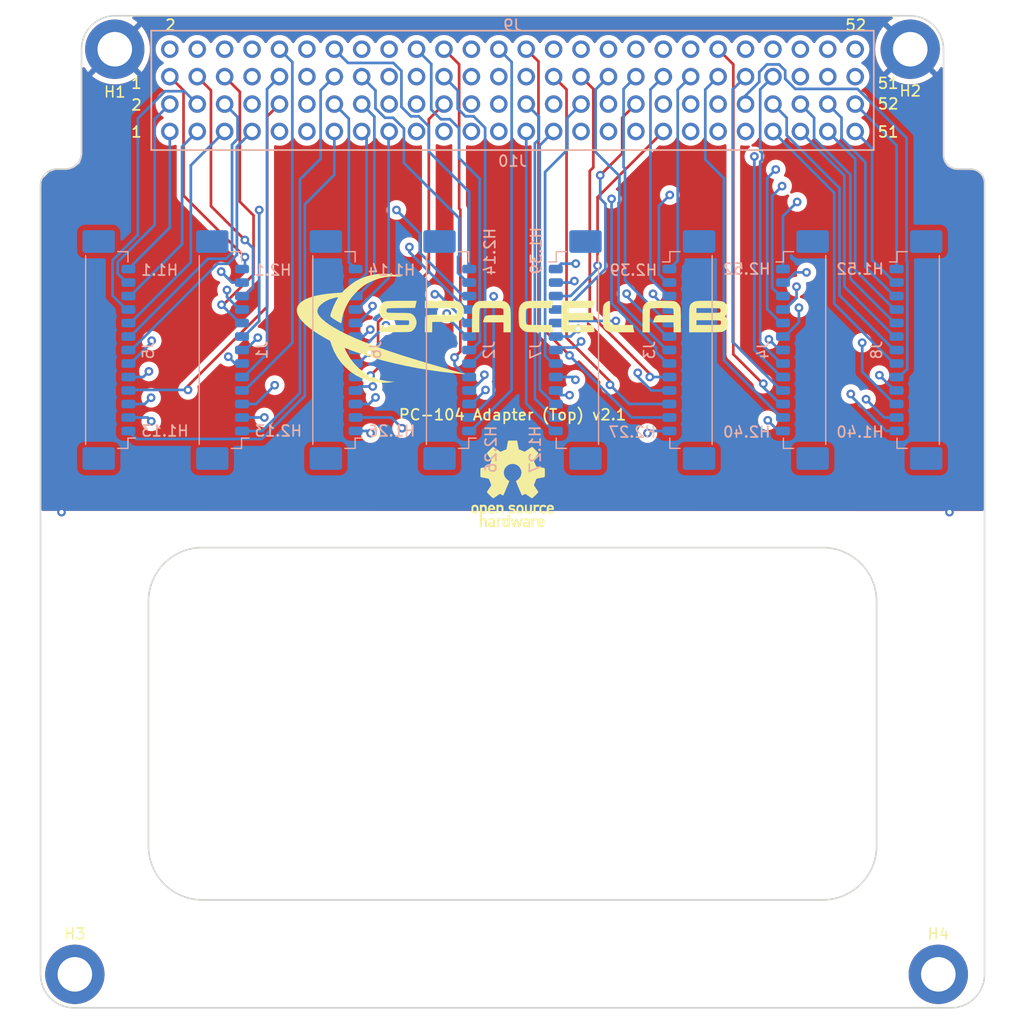
<source format=kicad_pcb>
(kicad_pcb (version 20221018) (generator pcbnew)
  (title_block (title "PC-104 to PicoBlade Adapter (Top)") (date "2023-11-17") (rev "v2.1") (company "SpaceLab") (comment 1 "Author: Gabriel Mariano Marcelino <gabriel.mm8@gmail.com>"))
  (layers (0 "F.Cu" signal) (1 "In1.Cu" signal) (2 "In2.Cu" signal) (31 "B.Cu" signal) (34 "B.Paste" user) (35 "F.Paste" user) (36 "B.SilkS" user "B.Silkscreen") (37 "F.SilkS" user "F.Silkscreen") (38 "B.Mask" user) (39 "F.Mask" user) (44 "Edge.Cuts" user))
  (net 0 "")
  (net 1 "GND")
  (net 2 "/A13")
  (net 3 "/A12")
  (net 4 "/A11")
  (net 5 "/A10")
  (net 6 "/A9")
  (net 7 "/A8")
  (net 8 "/A7")
  (net 9 "/A6")
  (net 10 "/A5")
  (net 11 "/A4")
  (net 12 "/A3")
  (net 13 "/A2")
  (net 14 "/A1")
  (net 15 "/A26")
  (net 16 "/A25")
  (net 17 "/A24")
  (net 18 "/A23")
  (net 19 "/A22")
  (net 20 "/A21")
  (net 21 "/A20")
  (net 22 "/A19")
  (net 23 "/A18")
  (net 24 "/A17")
  (net 25 "/A16")
  (net 26 "/A15")
  (net 27 "/A14")
  (net 28 "/A39")
  (net 29 "/A38")
  (net 30 "/A37")
  (net 31 "/A36")
  (net 32 "/A35")
  (net 33 "/A34")
  (net 34 "/A33")
  (net 35 "/A32")
  (net 36 "/A31")
  (net 37 "/A30")
  (net 38 "/A29")
  (net 39 "/A28")
  (net 40 "/A27")
  (net 41 "/A52")
  (net 42 "/A51")
  (net 43 "/A50")
  (net 44 "/A49")
  (net 45 "/A48")
  (net 46 "/A47")
  (net 47 "/A46")
  (net 48 "/A45")
  (net 49 "/A44")
  (net 50 "/A43")
  (net 51 "/A42")
  (net 52 "/A41")
  (net 53 "/A40")
  (net 54 "/B13")
  (net 55 "/B12")
  (net 56 "/B11")
  (net 57 "/B10")
  (net 58 "/B9")
  (net 59 "/B8")
  (net 60 "/B7")
  (net 61 "/B6")
  (net 62 "/B5")
  (net 63 "/B4")
  (net 64 "/B3")
  (net 65 "/B2")
  (net 66 "/B1")
  (net 67 "/B26")
  (net 68 "/B25")
  (net 69 "/B24")
  (net 70 "/B23")
  (net 71 "/B22")
  (net 72 "/B21")
  (net 73 "/B20")
  (net 74 "/B19")
  (net 75 "/B18")
  (net 76 "/B17")
  (net 77 "/B16")
  (net 78 "/B15")
  (net 79 "/B14")
  (net 80 "/B39")
  (net 81 "/B38")
  (net 82 "/B37")
  (net 83 "/B36")
  (net 84 "/B35")
  (net 85 "/B34")
  (net 86 "/B33")
  (net 87 "/B32")
  (net 88 "/B31")
  (net 89 "/B30")
  (net 90 "/B29")
  (net 91 "/B28")
  (net 92 "/B27")
  (net 93 "/B52")
  (net 94 "/B51")
  (net 95 "/B50")
  (net 96 "/B49")
  (net 97 "/B48")
  (net 98 "/B47")
  (net 99 "/B46")
  (net 100 "/B45")
  (net 101 "/B44")
  (net 102 "/B43")
  (net 103 "/B42")
  (net 104 "/B41")
  (net 105 "/B40")
  (footprint "MountingHole:MountingHole_3.2mm_M3_ISO14580_Pad" (layer "F.Cu") (at 110.05 54.636)
    (fp_text reference "H1")
    (fp_text value "MountingHole_Pad")
  )
  (footprint "MountingHole:MountingHole_3.2mm_M3_ISO14580_Pad" (layer "F.Cu") (at 183.75 54.636)
    (fp_text reference "H2")
    (fp_text value "MountingHole_Pad")
  )
  (footprint "lib:TSW-126-07-X-D" (layer "F.Cu") (at 146.9 55.906)
    (fp_text reference "J9")
    (fp_text value "SAMTEC-SSW-126-01-G-D")
  )
  (footprint "lib:TSW-126-07-X-D" (layer "F.Cu") (at 146.9 60.986)
    (fp_text reference "J10")
    (fp_text value "SAMTEC-SSW-126-01-G-D")
  )
  (footprint "MountingHole:MountingHole_3.2mm_M3_ISO14580_Pad" (layer "F.Cu") (at 106.35 140.336)
    (fp_text reference "H3")
    (fp_text value "MountingHole_Pad")
  )
  (footprint "MountingHole:MountingHole_3.2mm_M3_ISO14580_Pad" (layer "F.Cu") (at 186.35 140.336)
    (fp_text reference "H4")
    (fp_text value "MountingHole_Pad")
  )
  (footprint "Symbol:OSHW-Logo_7.5x8mm_SilkScreen" (layer "F.Cu") (at 146.9 94.9)
    (fp_text reference "REF**" hide)
    (fp_text value "OSHW-Logo_7.5x8mm_SilkScreen" hide)
  )
  (footprint "lib:spacelab-logo" (layer "F.Cu") (at 146.9 80.5)
    (fp_text reference "G***" hide)
    (fp_text value "LOGO" hide)
  )
  (footprint "Connector_Molex:Molex_PicoBlade_53398-1371_1x13-1MP_P1.25mm_Vertical" (layer "B.Cu") (at 120.585 82.5 90)
    (fp_text reference "J1")
    (fp_text value "Conn_01x13_Male")
  )
  (footprint "Connector_Molex:Molex_PicoBlade_53398-1371_1x13-1MP_P1.25mm_Vertical" (layer "B.Cu") (at 141.634 82.5 90)
    (fp_text reference "J2")
    (fp_text value "Conn_01x13_Male")
  )
  (footprint "Connector_Molex:Molex_PicoBlade_53398-1371_1x13-1MP_P1.25mm_Vertical" (layer "B.Cu") (at 162.683 82.5 -90)
    (fp_text reference "J3")
    (fp_text value "Conn_01x13_Male")
  )
  (footprint "Connector_Molex:Molex_PicoBlade_53398-1371_1x13-1MP_P1.25mm_Vertical" (layer "B.Cu") (at 173.208 82.5 -90)
    (fp_text reference "J4")
    (fp_text value "Conn_01x13_Male")
  )
  (footprint "Connector_Molex:Molex_PicoBlade_53398-1371_1x13-1MP_P1.25mm_Vertical" (layer "B.Cu") (at 110.06 82.5 90)
    (fp_text reference "J5")
    (fp_text value "Conn_01x13_Male")
  )
  (footprint "Connector_Molex:Molex_PicoBlade_53398-1371_1x13-1MP_P1.25mm_Vertical" (layer "B.Cu") (at 131.109 82.5 90)
    (fp_text reference "J6")
    (fp_text value "Conn_01x13_Male")
  )
  (footprint "Connector_Molex:Molex_PicoBlade_53398-1371_1x13-1MP_P1.25mm_Vertical" (layer "B.Cu") (at 152.158 82.5 -90)
    (fp_text reference "J7")
    (fp_text value "Conn_01x13_Male")
  )
  (footprint "Connector_Molex:Molex_PicoBlade_53398-1371_1x13-1MP_P1.25mm_Vertical" (layer "B.Cu") (at 183.732 82.5 -90)
    (fp_text reference "J8")
    (fp_text value "Conn_01x13_Male")
  )
  (gr_line (start 113.43 52.916) (end 113.43 63.976) (stroke (width 0.16)) (layer "B.SilkS"))
  (gr_line (start 180.37 52.916) (end 113.43 52.916) (stroke (width 0.16)) (layer "B.SilkS"))
  (gr_line (start 113.43 63.976) (end 180.37 63.976) (stroke (width 0.16)) (layer "B.SilkS"))
  (gr_line (start 180.37 63.976) (end 180.37 52.916) (stroke (width 0.16)) (layer "B.SilkS"))
  (gr_arc (start 180.63 128.44) (mid 179.165534 131.975534) (end 175.63 133.44) (stroke (width 0.15)) (layer "Edge.Cuts"))
  (gr_arc (start 106.97 54.636) (mid 107.877969 52.443969) (end 110.07 51.536) (stroke (width 0.15)) (layer "Edge.Cuts"))
  (gr_arc (start 190.63 140.336) (mid 189.722031 142.528031) (end 187.53 143.436) (stroke (width 0.15)) (layer "Edge.Cuts"))
  (gr_line (start 106.27 143.436) (end 187.53 143.436) (stroke (width 0.15)) (layer "Edge.Cuts"))
  (gr_line (start 110.07 51.536) (end 183.73 51.536) (stroke (width 0.15)) (layer "Edge.Cuts"))
  (gr_line (start 106.97 54.636) (end 106.97 64.236) (stroke (width 0.15)) (layer "Edge.Cuts"))
  (gr_line (start 105.47 65.736) (end 104.67 65.736) (stroke (width 0.15)) (layer "Edge.Cuts"))
  (gr_line (start 103.17 67.236) (end 103.17 140.336) (stroke (width 0.15)) (layer "Edge.Cuts"))
  (gr_arc (start 188.13 65.736) (mid 187.210761 65.355239) (end 186.83 64.436) (stroke (width 0.15)) (layer "Edge.Cuts"))
  (gr_line (start 186.83 54.636) (end 186.83 64.436) (stroke (width 0.15)) (layer "Edge.Cuts"))
  (gr_line (start 190.63 67.036) (end 190.63 140.336) (stroke (width 0.15)) (layer "Edge.Cuts"))
  (gr_line (start 118.17 133.44) (end 175.63 133.44) (stroke (width 0.15)) (layer "Edge.Cuts"))
  (gr_line (start 113.17 128.44) (end 113.17 105.8) (stroke (width 0.15)) (layer "Edge.Cuts"))
  (gr_line (start 180.63 128.44) (end 180.63 105.8) (stroke (width 0.15)) (layer "Edge.Cuts"))
  (gr_line (start 118.17 100.8) (end 175.63 100.8) (stroke (width 0.15)) (layer "Edge.Cuts"))
  (gr_line (start 189.338 65.744) (end 188.13 65.736) (stroke (width 0.15)) (layer "Edge.Cuts"))
  (gr_arc (start 103.17 67.236) (mid 103.60934 66.17534) (end 104.67 65.736) (stroke (width 0.15)) (layer "Edge.Cuts"))
  (gr_arc (start 113.17 105.8) (mid 114.634466 102.264466) (end 118.17 100.8) (stroke (width 0.15)) (layer "Edge.Cuts"))
  (gr_arc (start 106.97 64.236) (mid 106.53066 65.29666) (end 105.47 65.736) (stroke (width 0.15)) (layer "Edge.Cuts"))
  (gr_arc (start 183.73 51.536) (mid 185.922031 52.443969) (end 186.83 54.636) (stroke (width 0.15)) (layer "Edge.Cuts"))
  (gr_arc (start 175.63 100.8) (mid 179.165534 102.264466) (end 180.63 105.8) (stroke (width 0.15)) (layer "Edge.Cuts"))
  (gr_arc (start 106.27 143.436) (mid 104.077969 142.528031) (end 103.17 140.336) (stroke (width 0.15)) (layer "Edge.Cuts"))
  (gr_arc (start 189.338 65.744) (mid 190.251582 66.122418) (end 190.63 67.036) (stroke (width 0.15)) (layer "Edge.Cuts"))
  (gr_arc (start 118.17 133.44) (mid 114.634466 131.975534) (end 113.17 128.44) (stroke (width 0.15)) (layer "Edge.Cuts"))
  (gr_text "H2.52" (at 168.6 75) (layer "B.SilkS") (effects (font (size 1 1) (thickness 0.16)) (justify mirror)))
  (gr_text "H2.14" (at 144.8 73.4 90) (layer "B.SilkS") (effects (font (size 1 1) (thickness 0.16)) (justify mirror)))
  (gr_text "H2.27" (at 158 90.1) (layer "B.SilkS") (effects (font (size 1 1) (thickness 0.16)) (justify mirror)))
  (gr_text "H1.40" (at 179.1 90.1) (layer "B.SilkS") (effects (font (size 1 1) (thickness 0.16)) (justify mirror)))
  (gr_text "H1.27" (at 149 91.7 90) (layer "B.SilkS") (effects (font (size 1 1) (thickness 0.16)) (justify mirror)))
  (gr_text "H1.13" (at 114.7 90) (layer "B.SilkS") (effects (font (size 1 1) (thickness 0.16)) (justify mirror)))
  (gr_text "H1.52" (at 179.1 75) (layer "B.SilkS") (effects (font (size 1 1) (thickness 0.16)) (justify mirror)))
  (gr_text "H2.39" (at 158.1 75.1) (layer "B.SilkS") (effects (font (size 1 1) (thickness 0.16)) (justify mirror)))
  (gr_text "H2.26" (at 144.9 91.7 90) (layer "B.SilkS") (effects (font (size 1 1) (thickness 0.16)) (justify mirror)))
  (gr_text "H2.13" (at 125.2 90) (layer "B.SilkS") (effects (font (size 1 1) (thickness 0.16)) (justify mirror)))
  (gr_text "H1.39" (at 149.1 73.3 90) (layer "B.SilkS") (effects (font (size 1 1) (thickness 0.16)) (justify mirror)))
  (gr_text "H2.40" (at 168.6 90.1) (layer "B.SilkS") (effects (font (size 1 1) (thickness 0.16)) (justify mirror)))
  (gr_text "H2.1" (at 124.7 75.1) (layer "B.SilkS") (effects (font (size 1 1) (thickness 0.16)) (justify mirror)))
  (gr_text "H1.14" (at 135.7 75.1) (layer "B.SilkS") (effects (font (size 1 1) (thickness 0.16)) (justify mirror)))
  (gr_text "H1.26" (at 135.7 90) (layer "B.SilkS") (effects (font (size 1 1) (thickness 0.16)) (justify mirror)))
  (gr_text "H1.1" (at 114.2 75.1) (layer "B.SilkS") (effects (font (size 1 1) (thickness 0.16)) (justify mirror)))
  (gr_text "PC-104 Adapter (Top) v2.1" (at 146.9 88.5) (layer "F.SilkS") (effects (font (size 1 1) (thickness 0.16))))
  (segment (start 105.1164 95.3804) (end 105.1164 97.5172) (width 0.25) (layer "F.Cu") (net 1))
  (segment (start 185.0649 95.1977) (end 187.3844 97.5172) (width 0.25) (layer "F.Cu") (net 1))
  (via (at 105.1164 97.5172) (size 0.8) (drill 0.4) (layers "F.Cu" "B.Cu") (net 1))
  (via (at 187.3844 97.5172) (size 0.8) (drill 0.4) (layers "F.Cu" "B.Cu") (net 1))
  (segment (start 127.2076 86.4946) (end 127.2076 66.69) (width 0.25) (layer "B.Cu") (net 2))
  (segment (start 121.835 90) (end 123.7022 90) (width 0.25) (layer "B.Cu") (net 2))
  (segment (start 127.2076 66.69) (end 129.12 64.7776) (width 0.25) (layer "B.Cu") (net 2))
  (segment (start 129.12 64.7776) (end 129.12 58.446) (width 0.25) (layer "B.Cu") (net 2))
  (segment (start 129.12 58.446) (end 130.39 57.176) (width 0.25) (layer "B.Cu") (net 2))
  (segment (start 123.7022 90) (end 127.2076 86.4946) (width 0.25) (layer "B.Cu") (net 2))
  (via (at 123.9084 88.75) (size 0.8) (drill 0.4) (layers "F.Cu" "B.Cu") (net 3))
  (segment (start 121.835 88.75) (end 123.9084 88.75) (width 0.25) (layer "B.Cu") (net 3))
  (via (at 124.8682 85.7568) (size 0.8) (drill 0.4) (layers "F.Cu" "B.Cu") (net 4))
  (segment (start 123.125 87.5) (end 124.8682 85.7568) (width 0.25) (layer "B.Cu") (net 4))
  (segment (start 121.835 87.5) (end 123.125 87.5) (width 0.25) (layer "B.Cu") (net 4))
  (segment (start 126.5006 81.8284) (end 126.5006 55.8266) (width 0.25) (layer "B.Cu") (net 5))
  (segment (start 126.5006 55.8266) (end 125.31 54.636) (width 0.25) (layer "B.Cu") (net 5))
  (segment (start 121.835 86.25) (end 122.079 86.25) (width 0.25) (layer "B.Cu") (net 5))
  (segment (start 122.079 86.25) (end 126.5006 81.8284) (width 0.25) (layer "B.Cu") (net 5))
  (segment (start 124.1534 58.3326) (end 125.31 57.176) (width 0.25) (layer "B.Cu") (net 6))
  (segment (start 121.9939 85) (end 124.1534 82.8405) (width 0.25) (layer "B.Cu") (net 6))
  (segment (start 124.1534 82.8405) (end 124.1534 58.3326) (width 0.25) (layer "B.Cu") (net 6))
  (segment (start 121.835 85) (end 121.9939 85) (width 0.25) (layer "B.Cu") (net 6))
  (via (at 120.5662 83.1196) (size 0.8) (drill 0.4) (layers "F.Cu" "B.Cu") (net 7))
  (segment (start 121.835 83.75) (end 121.1966 83.75) (width 0.25) (layer "B.Cu") (net 7))
  (segment (start 121.1966 83.75) (end 120.5662 83.1196) (width 0.25) (layer "B.Cu") (net 7))
  (via (at 123.3013 81.3522) (size 0.8) (drill 0.4) (layers "F.Cu" "B.Cu") (net 8))
  (segment (start 121.835 82.5) (end 122.1535 82.5) (width 0.25) (layer "B.Cu") (net 8))
  (segment (start 122.1535 82.5) (end 123.3013 81.3522) (width 0.25) (layer "B.Cu") (net 8))
  (via (at 123.4281 69.5277) (size 0.8) (drill 0.4) (layers "F.Cu" "B.Cu") (net 9))
  (segment (start 122.0115 81.25) (end 123.4281 79.8334) (width 0.25) (layer "B.Cu") (net 9))
  (segment (start 123.4281 79.8334) (end 123.4281 69.5277) (width 0.25) (layer "B.Cu") (net 9))
  (segment (start 121.835 81.25) (end 122.0115 81.25) (width 0.25) (layer "B.Cu") (net 9))
  (segment (start 119.9385 78.3046) (end 120.1094 78.3046) (width 0.25) (layer "F.Cu") (net 10))
  (segment (start 121.6346 68.7599) (end 121.6346 58.5806) (width 0.25) (layer "F.Cu") (net 10))
  (segment (start 122.9084 70.0337) (end 121.6346 68.7599) (width 0.25) (layer "F.Cu") (net 10))
  (segment (start 121.6346 58.5806) (end 120.23 57.176) (width 0.25) (layer "F.Cu") (net 10))
  (segment (start 122.9084 75.5056) (end 122.9084 70.0337) (width 0.25) (layer "F.Cu") (net 10))
  (segment (start 120.1094 78.3046) (end 122.9084 75.5056) (width 0.25) (layer "F.Cu") (net 10))
  (via (at 119.9385 78.3046) (size 0.8) (drill 0.4) (layers "F.Cu" "B.Cu") (net 10))
  (segment (start 121.6339 80) (end 119.9385 78.3046) (width 0.25) (layer "B.Cu") (net 10))
  (segment (start 121.835 80) (end 121.6339 80) (width 0.25) (layer "B.Cu") (net 10))
  (via (at 120.4483 76.9399) (size 0.8) (drill 0.4) (layers "F.Cu" "B.Cu") (net 11))
  (segment (start 121.6087 78.75) (end 120.4483 77.5896) (width 0.25) (layer "B.Cu") (net 11))
  (segment (start 120.4483 77.5896) (end 120.4483 76.9399) (width 0.25) (layer "B.Cu") (net 11))
  (segment (start 121.835 78.75) (end 121.6087 78.75) (width 0.25) (layer "B.Cu") (net 11))
  (segment (start 118.96 58.446) (end 117.69 57.176) (width 0.25) (layer "F.Cu") (net 12))
  (segment (start 118.96 69.1664) (end 118.96 58.446) (width 0.25) (layer "F.Cu") (net 12))
  (segment (start 122.1023 72.3087) (end 118.96 69.1664) (width 0.25) (layer "F.Cu") (net 12))
  (via (at 122.1023 72.3087) (size 0.8) (drill 0.4) (layers "F.Cu" "B.Cu") (net 12))
  (segment (start 122.0792 77.5) (end 122.857 76.7222) (width 0.25) (layer "B.Cu") (net 12))
  (segment (start 121.835 77.5) (end 122.0792 77.5) (width 0.25) (layer "B.Cu") (net 12))
  (segment (start 122.857 73.0634) (end 122.1023 72.3087) (width 0.25) (layer "B.Cu") (net 12))
  (segment (start 122.857 76.7222) (end 122.857 73.0634) (width 0.25) (layer "B.Cu") (net 12))
  (via (at 119.908 75.2369) (size 0.8) (drill 0.4) (layers "F.Cu" "B.Cu") (net 13))
  (segment (start 120.9211 76.25) (end 119.908 75.2369) (width 0.25) (layer "B.Cu") (net 13))
  (segment (start 121.835 76.25) (end 120.9211 76.25) (width 0.25) (layer "B.Cu") (net 13))
  (segment (start 122.1115 73.8881) (end 116.42 68.1966) (width 0.25) (layer "F.Cu") (net 14))
  (segment (start 116.42 68.1966) (end 116.42 58.446) (width 0.25) (layer "F.Cu") (net 14))
  (segment (start 116.42 58.446) (end 115.15 57.176) (width 0.25) (layer "F.Cu") (net 14))
  (via (at 122.1115 73.8881) (size 0.8) (drill 0.4) (layers "F.Cu" "B.Cu") (net 14))
  (segment (start 121.835 75) (end 122.1115 74.7235) (width 0.25) (layer "B.Cu") (net 14))
  (segment (start 122.1115 74.7235) (end 122.1115 73.8881) (width 0.25) (layer "B.Cu") (net 14))
  (segment (start 142.884 90) (end 143.0323 90) (width 0.25) (layer "B.Cu") (net 15))
  (segment (start 146.8206 55.8266) (end 145.63 54.636) (width 0.25) (layer "B.Cu") (net 15))
  (segment (start 143.0323 90) (end 146.8206 86.2117) (width 0.25) (layer "B.Cu") (net 15))
  (segment (start 146.8206 86.2117) (end 146.8206 55.8266) (width 0.25) (layer "B.Cu") (net 15))
  (via (at 145.1526 77.5247) (size 0.8) (drill 0.4) (layers "F.Cu" "B.Cu") (net 16))
  (segment (start 145.1526 86.6751) (end 145.1526 77.5247) (width 0.25) (layer "B.Cu") (net 16))
  (segment (start 142.884 88.75) (end 143.0777 88.75) (width 0.25) (layer "B.Cu") (net 16))
  (segment (start 143.0777 88.75) (end 145.1526 86.6751) (width 0.25) (layer "B.Cu") (net 16))
  (via (at 144.4004 86.2063) (size 0.8) (drill 0.4) (layers "F.Cu" "B.Cu") (net 17))
  (segment (start 143.1067 87.5) (end 144.4004 86.2063) (width 0.25) (layer "B.Cu") (net 17))
  (segment (start 142.884 87.5) (end 143.1067 87.5) (width 0.25) (layer "B.Cu") (net 17))
  (via (at 144.2902 84.7909) (size 0.8) (drill 0.4) (layers "F.Cu" "B.Cu") (net 18))
  (segment (start 144.2902 85.0622) (end 144.2902 84.7909) (width 0.25) (layer "B.Cu") (net 18))
  (segment (start 142.884 86.25) (end 143.1024 86.25) (width 0.25) (layer "B.Cu") (net 18))
  (segment (start 143.1024 86.25) (end 144.2902 85.0622) (width 0.25) (layer "B.Cu") (net 18))
  (segment (start 142.0673 82.6462) (end 142.0673 69.5042) (width 0.25) (layer "F.Cu") (net 19))
  (segment (start 141.9546 69.3915) (end 141.9546 56.0406) (width 0.25) (layer "F.Cu") (net 19))
  (segment (start 141.9546 56.0406) (end 140.55 54.636) (width 0.25) (layer "F.Cu") (net 19))
  (segment (start 142.0673 69.5042) (end 141.9546 69.3915) (width 0.25) (layer "F.Cu") (net 19))
  (segment (start 141.5276 83.1859) (end 142.0673 82.6462) (width 0.25) (layer "F.Cu") (net 19))
  (via (at 141.5276 83.1859) (size 0.8) (drill 0.4) (layers "F.Cu" "B.Cu") (net 19))
  (segment (start 142.64 85) (end 141.5276 83.8876) (width 0.25) (layer "B.Cu") (net 19))
  (segment (start 142.884 85) (end 142.64 85) (width 0.25) (layer "B.Cu") (net 19))
  (segment (start 141.5276 83.8876) (end 141.5276 83.1859) (width 0.25) (layer "B.Cu") (net 19))
  (segment (start 142.5311 60.8514) (end 141.82 60.1403) (width 0.25) (layer "B.Cu") (net 20))
  (segment (start 141.82 60.1403) (end 141.82 58.446) (width 0.25) (layer "B.Cu") (net 20))
  (segment (start 141.82 58.446) (end 140.55 57.176) (width 0.25) (layer "B.Cu") (net 20))
  (segment (start 144.36 61.9152) (end 143.2962 60.8514) (width 0.25) (layer "B.Cu") (net 20))
  (segment (start 143.0673 83.75) (end 144.36 82.4573) (width 0.25) (layer "B.Cu") (net 20))
  (segment (start 143.2962 60.8514) (end 142.5311 60.8514) (width 0.25) (layer "B.Cu") (net 20))
  (segment (start 142.884 83.75) (end 143.0673 83.75) (width 0.25) (layer "B.Cu") (net 20))
  (segment (start 144.36 82.4573) (end 144.36 61.9152) (width 0.25) (layer "B.Cu") (net 20))
  (segment (start 142.884 82.5) (end 143.0897 82.5) (width 0.25) (layer "B.Cu") (net 21))
  (segment (start 143.0897 82.5) (end 143.8602 81.7295) (width 0.25) (layer "B.Cu") (net 21))
  (segment (start 139.3705 60.2324) (end 139.3705 55.9965) (width 0.25) (layer "B.Cu") (net 21))
  (segment (start 143.8602 81.7295) (end 143.8602 66.6366) (width 0.25) (layer "B.Cu") (net 21))
  (segment (start 143.8602 66.6366) (end 141.9546 64.731) (width 0.25) (layer "B.Cu") (net 21))
  (segment (start 140.2587 61.1206) (end 139.3705 60.2324) (width 0.25) (layer "B.Cu") (net 21))
  (segment (start 141.9546 64.731) (end 141.9546 61.9723) (width 0.25) (layer "B.Cu") (net 21))
  (segment (start 141.9546 61.9723) (end 141.1029 61.1206) (width 0.25) (layer "B.Cu") (net 21))
  (segment (start 141.1029 61.1206) (end 140.2587 61.1206) (width 0.25) (layer "B.Cu") (net 21))
  (segment (start 139.3705 55.9965) (end 138.01 54.636) (width 0.25) (layer "B.Cu") (net 21))
  (via (at 140.8071 79.1231) (size 0.8) (drill 0.4) (layers "F.Cu" "B.Cu") (net 22))
  (segment (start 142.64 81.25) (end 140.8071 79.4171) (width 0.25) (layer "B.Cu") (net 22))
  (segment (start 142.884 81.25) (end 142.64 81.25) (width 0.25) (layer "B.Cu") (net 22))
  (segment (start 140.8071 79.4171) (end 140.8071 79.1231) (width 0.25) (layer "B.Cu") (net 22))
  (via (at 139.7034 77.3398) (size 0.8) (drill 0.4) (layers "F.Cu" "B.Cu") (net 23))
  (segment (start 140.0496 77.3398) (end 139.7034 77.3398) (width 0.25) (layer "B.Cu") (net 23))
  (segment (start 142.7098 80) (end 140.0496 77.3398) (width 0.25) (layer "B.Cu") (net 23))
  (segment (start 142.884 80) (end 142.7098 80) (width 0.25) (layer "B.Cu") (net 23))
  (via (at 137.3453 72.9613) (size 0.8) (drill 0.4) (layers "F.Cu" "B.Cu") (net 24))
  (segment (start 142.7827 78.6486) (end 142.5583 78.6486) (width 0.25) (layer "B.Cu") (net 24))
  (segment (start 142.884 78.75) (end 142.7827 78.6487) (width 0.25) (layer "B.Cu") (net 24))
  (segment (start 142.7827 78.6487) (end 142.7827 78.6486) (width 0.25) (layer "B.Cu") (net 24))
  (segment (start 137.3453 73.4356) (end 137.3453 72.9613) (width 0.25) (layer "B.Cu") (net 24))
  (segment (start 142.5583 78.6486) (end 137.3453 73.4356) (width 0.25) (layer "B.Cu") (net 24))
  (via (at 136.147 69.5277) (size 0.8) (drill 0.4) (layers "F.Cu" "B.Cu") (net 25))
  (segment (start 138.3077 71.6884) (end 136.147 69.5277) (width 0.25) (layer "B.Cu") (net 25))
  (segment (start 142.884 77.5) (end 142.3193 77.5) (width 0.25) (layer "B.Cu") (net 25))
  (segment (start 142.3193 77.5) (end 138.3077 73.4884) (width 0.25) (layer "B.Cu") (net 25))
  (segment (start 138.3077 73.4884) (end 138.3077 71.6884) (width 0.25) (layer "B.Cu") (net 25))
  (segment (start 135.082 60.986) (end 135.8438 60.986) (width 0.25) (layer "B.Cu") (net 26))
  (segment (start 142.741 76.25) (end 142.884 76.25) (width 0.25) (layer "B.Cu") (net 26))
  (segment (start 136.8388 61.981) (end 136.8388 65.1723) (width 0.25) (layer "B.Cu") (net 26))
  (segment (start 136.8388 65.1723) (end 141.9639 70.2974) (width 0.25) (layer "B.Cu") (net 26))
  (segment (start 141.8575 73.8766) (end 141.8575 75.3665) (width 0.25) (layer "B.Cu") (net 26))
  (segment (start 135.8438 60.986) (end 136.8388 61.981) (width 0.25) (layer "B.Cu") (net 26))
  (segment (start 134.2 58.446) (end 134.2 60.104) (width 0.25) (layer "B.Cu") (net 26))
  (segment (start 134.2 60.104) (end 135.082 60.986) (width 0.25) (layer "B.Cu") (net 26))
  (segment (start 132.93 57.176) (end 134.2 58.446) (width 0.25) (layer "B.Cu") (net 26))
  (segment (start 141.9639 70.2974) (end 141.9639 73.7702) (width 0.25) (layer "B.Cu") (net 26))
  (segment (start 141.8575 75.3665) (end 142.741 76.25) (width 0.25) (layer "B.Cu") (net 26))
  (segment (start 141.9639 73.7702) (end 141.8575 73.8766) (width 0.25) (layer "B.Cu") (net 26))
  (segment (start 139.1454 64.1129) (end 142.884 67.8515) (width 0.25) (layer "B.Cu") (net 27))
  (segment (start 131.66 55.906) (end 135.8625 55.906) (width 0.25) (layer "B.Cu") (net 27))
  (segment (start 136.6054 59.9787) (end 137.4781 60.8514) (width 0.25) (layer "B.Cu") (net 27))
  (segment (start 139.1454 61.7805) (end 139.1454 64.1129) (width 0.25) (layer "B.Cu") (net 27))
  (segment (start 135.8625 55.906) (end 136.6054 56.6489) (width 0.25) (layer "B.Cu") (net 27))
  (segment (start 130.39 54.636) (end 131.66 55.906) (width 0.25) (layer "B.Cu") (net 27))
  (segment (start 138.2163 60.8514) (end 139.1454 61.7805) (width 0.25) (layer "B.Cu") (net 27))
  (segment (start 137.4781 60.8514) (end 138.2163 60.8514) (width 0.25) (layer "B.Cu") (net 27))
  (segment (start 142.884 67.8515) (end 142.884 75) (width 0.25) (layer "B.Cu") (net 27))
  (segment (start 136.6054 56.6489) (end 136.6054 59.9787) (width 0.25) (layer "B.Cu") (net 27))
  (segment (start 162.2072 74.2258) (end 162.2072 58.3788) (width 0.25) (layer "B.Cu") (net 28))
  (segment (start 161.433 75) (end 162.2072 74.2258) (width 0.25) (layer "B.Cu") (net 28))
  (segment (start 162.2072 58.3788) (end 163.41 57.176) (width 0.25) (layer "B.Cu") (net 28))
  (via (at 161.4685 68.1402) (size 0.8) (drill 0.4) (layers "F.Cu" "B.Cu") (net 29))
  (segment (start 161.433 76.25) (end 161.2059 76.25) (width 0.25) (layer "B.Cu") (net 29))
  (segment (start 160.4568 75.5009) (end 160.4568 69.1519) (width 0.25) (layer "B.Cu") (net 29))
  (segment (start 160.4568 69.1519) (end 161.4685 68.1402) (width 0.25) (layer "B.Cu") (net 29))
  (segment (start 161.2059 76.25) (end 160.4568 75.5009) (width 0.25) (layer "B.Cu") (net 29))
  (segment (start 159.6794 75.8909) (end 159.6794 58.3666) (width 0.25) (layer "B.Cu") (net 30))
  (segment (start 161.433 77.5) (end 161.2885 77.5) (width 0.25) (layer "B.Cu") (net 30))
  (segment (start 161.2885 77.5) (end 159.6794 75.8909) (width 0.25) (layer "B.Cu") (net 30))
  (segment (start 159.6794 58.3666) (end 160.87 57.176) (width 0.25) (layer "B.Cu") (net 30))
  (via (at 159.9131 77.2944) (size 0.8) (drill 0.4) (layers "F.Cu" "B.Cu") (net 31))
  (segment (start 159.9131 77.3898) (end 159.9131 77.2944) (width 0.25) (layer "B.Cu") (net 31))
  (segment (start 161.2733 78.75) (end 159.9131 77.3898) (width 0.25) (layer "B.Cu") (net 31))
  (segment (start 161.433 78.75) (end 161.2733 78.75) (width 0.25) (layer "B.Cu") (net 31))
  (segment (start 157.3221 76.0423) (end 157.3221 65.6914) (width 0.25) (layer "B.Cu") (net 32))
  (segment (start 157.191 58.315) (end 158.33 57.176) (width 0.25) (layer "B.Cu") (net 32))
  (segment (start 161.433 80) (end 161.2798 80) (width 0.25) (layer "B.Cu") (net 32))
  (segment (start 157.3221 65.6914) (end 157.191 65.5603) (width 0.25) (layer "B.Cu") (net 32))
  (segment (start 161.2798 80) (end 157.3221 76.0423) (width 0.25) (layer "B.Cu") (net 32))
  (segment (start 157.191 65.5603) (end 157.191 58.315) (width 0.25) (layer "B.Cu") (net 32))
  (via (at 157.4759 77.2811) (size 0.8) (drill 0.4) (layers "F.Cu" "B.Cu") (net 33))
  (segment (start 161.2212 81.25) (end 157.4759 77.5047) (width 0.25) (layer "B.Cu") (net 33))
  (segment (start 161.433 81.25) (end 161.2212 81.25) (width 0.25) (layer "B.Cu") (net 33))
  (segment (start 157.4759 77.5047) (end 157.4759 77.2811) (width 0.25) (layer "B.Cu") (net 33))
  (segment (start 154.5994 58.3666) (end 155.79 57.176) (width 0.25) (layer "B.Cu") (net 34))
  (segment (start 161.1988 82.5) (end 156.7212 78.0224) (width 0.25) (layer "B.Cu") (net 34))
  (segment (start 156.8034 66.3698) (end 154.5994 64.1658) (width 0.25) (layer "B.Cu") (net 34))
  (segment (start 156.7212 78.0224) (end 156.7212 68.8797) (width 0.25) (layer "B.Cu") (net 34))
  (segment (start 156.7212 68.8797) (end 156.8034 68.7975) (width 0.25) (layer "B.Cu") (net 34))
  (segment (start 161.433 82.5) (end 161.1988 82.5) (width 0.25) (layer "B.Cu") (net 34))
  (segment (start 156.8034 68.7975) (end 156.8034 66.3698) (width 0.25) (layer "B.Cu") (net 34))
  (segment (start 154.5994 64.1658) (end 154.5994 58.3666) (width 0.25) (layer "B.Cu") (net 34))
  (via (at 156.0781 68.497) (size 0.8) (drill 0.4) (layers "F.Cu" "B.Cu") (net 35))
  (segment (start 161.433 83.75) (end 161.2523 83.75) (width 0.25) (layer "B.Cu") (net 35))
  (segment (start 160.1994 82.2775) (end 156.0781 78.1562) (width 0.25) (layer "B.Cu") (net 35))
  (segment (start 161.2523 83.75) (end 160.1994 82.6971) (width 0.25) (layer "B.Cu") (net 35))
  (segment (start 160.1994 82.6971) (end 160.1994 82.2775) (width 0.25) (layer "B.Cu") (net 35))
  (segment (start 156.0781 78.1562) (end 156.0781 68.497) (width 0.25) (layer "B.Cu") (net 35))
  (segment (start 154.3867 65.5825) (end 154.3867 58.3127) (width 0.25) (layer "F.Cu") (net 36))
  (segment (start 154.0559 79.1393) (end 154.0559 65.9133) (width 0.25) (layer "F.Cu") (net 36))
  (segment (start 159.6133 84.6967) (end 154.0559 79.1393) (width 0.25) (layer "F.Cu") (net 36))
  (segment (start 154.3867 58.3127) (end 153.25 57.176) (width 0.25) (layer "F.Cu") (net 36))
  (segment (start 159.6133 85) (end 159.6133 84.6967) (width 0.25) (layer "F.Cu") (net 36))
  (segment (start 154.0559 65.9133) (end 154.3867 65.5825) (width 0.25) (layer "F.Cu") (net 36))
  (via (at 159.6133 85) (size 0.8) (drill 0.4) (layers "F.Cu" "B.Cu") (net 36))
  (segment (start 161.433 85) (end 159.6133 85) (width 0.25) (layer "B.Cu") (net 36))
  (via (at 158.5035 84.6127) (size 0.8) (drill 0.4) (layers "F.Cu" "B.Cu") (net 37))
  (segment (start 161.433 86.25) (end 159.7807 86.25) (width 0.25) (layer "B.Cu") (net 37))
  (segment (start 158.5035 84.9728) (end 158.5035 84.6127) (width 0.25) (layer "B.Cu") (net 37))
  (segment (start 159.7807 86.25) (end 158.5035 84.9728) (width 0.25) (layer "B.Cu") (net 37))
  (segment (start 151.9054 81.3811) (end 155.9276 85.4033) (width 0.25) (layer "F.Cu") (net 38))
  (segment (start 151.9054 58.3714) (end 151.9054 81.3811) (width 0.25) (layer "F.Cu") (net 38))
  (segment (start 150.71 57.176) (end 151.9054 58.3714) (width 0.25) (layer "F.Cu") (net 38))
  (segment (start 155.9276 85.4033) (end 155.9276 85.7221) (width 0.25) (layer "F.Cu") (net 38))
  (via (at 155.9276 85.7221) (size 0.8) (drill 0.4) (layers "F.Cu" "B.Cu") (net 38))
  (segment (start 157.7055 87.5) (end 161.433 87.5) (width 0.25) (layer "B.Cu") (net 38))
  (segment (start 155.9276 85.7221) (end 157.7055 87.5) (width 0.25) (layer "B.Cu") (net 38))
  (segment (start 149.3054 55.7714) (end 149.3054 80.1218) (width 0.25) (layer "F.Cu") (net 39))
  (segment (start 148.17 54.636) (end 149.3054 55.7714) (width 0.25) (layer "F.Cu") (net 39))
  (segment (start 149.3054 80.1218) (end 152.1804 82.9968) (width 0.25) (layer "F.Cu") (net 39))
  (via (at 152.1804 82.9968) (size 0.8) (drill 0.4) (layers "F.Cu" "B.Cu") (net 39))
  (segment (start 152.1804 83.0071) (end 152.1804 82.9968) (width 0.25) (layer "B.Cu") (net 39))
  (segment (start 157.9233 88.75) (end 152.1804 83.0071) (width 0.25) (layer "B.Cu") (net 39))
  (segment (start 161.433 88.75) (end 157.9233 88.75) (width 0.25) (layer "B.Cu") (net 39))
  (via (at 159.4007 90.1972) (size 0.8) (drill 0.4) (layers "F.Cu" "B.Cu") (net 40))
  (segment (start 161.433 90) (end 159.5979 90) (width 0.25) (layer "B.Cu") (net 40))
  (segment (start 159.5979 90) (end 159.4007 90.1972) (width 0.25) (layer "B.Cu") (net 40))
  (via (at 173.2719 68.7812) (size 0.8) (drill 0.4) (layers "F.Cu" "B.Cu") (net 41))
  (segment (start 171.958 70.0951) (end 173.2719 68.7812) (width 0.25) (layer "B.Cu") (net 41))
  (segment (start 171.958 75) (end 171.958 70.0951) (width 0.25) (layer "B.Cu") (net 41))
  (via (at 174.1374 75.3074) (size 0.8) (drill 0.4) (layers "F.Cu" "B.Cu") (net 42))
  (segment (start 174.1374 75.3074) (end 173.1192 75.3074) (width 0.25) (layer "B.Cu") (net 42))
  (segment (start 172.1766 76.25) (end 171.958 76.25) (width 0.25) (layer "B.Cu") (net 42))
  (segment (start 173.1192 75.3074) (end 172.1766 76.25) (width 0.25) (layer "B.Cu") (net 42))
  (via (at 171.8747 67.3169) (size 0.8) (drill 0.4) (layers "F.Cu" "B.Cu") (net 43))
  (segment (start 171.7138 77.5) (end 170.9629 76.7491) (width 0.25) (layer "B.Cu") (net 43))
  (segment (start 170.9629 68.2287) (end 171.8747 67.3169) (width 0.25) (layer "B.Cu") (net 43))
  (segment (start 171.958 77.5) (end 171.7138 77.5) (width 0.25) (layer "B.Cu") (net 43))
  (segment (start 170.9629 76.7491) (end 170.9629 68.2287) (width 0.25) (layer "B.Cu") (net 43))
  (via (at 173.2134 76.6289) (size 0.8) (drill 0.4) (layers "F.Cu" "B.Cu") (net 44))
  (segment (start 173.2134 77.6804) (end 172.1438 78.75) (width 0.25) (layer "B.Cu") (net 44))
  (segment (start 172.1438 78.75) (end 171.958 78.75) (width 0.25) (layer "B.Cu") (net 44))
  (segment (start 173.2134 76.6289) (end 173.2134 77.6804) (width 0.25) (layer "B.Cu") (net 44))
  (via (at 171.2925 65.7786) (size 0.8) (drill 0.4) (layers "F.Cu" "B.Cu") (net 45))
  (segment (start 171.7748 80) (end 170.4936 78.7188) (width 0.25) (layer "B.Cu") (net 45))
  (segment (start 170.4936 78.7188) (end 170.4936 66.5775) (width 0.25) (layer "B.Cu") (net 45))
  (segment (start 170.4936 66.5775) (end 171.2925 65.7786) (width 0.25) (layer "B.Cu") (net 45))
  (segment (start 171.958 80) (end 171.7748 80) (width 0.25) (layer "B.Cu") (net 45))
  (via (at 173.4352 78.5826) (size 0.8) (drill 0.4) (layers "F.Cu" "B.Cu") (net 46))
  (segment (start 171.958 81.25) (end 172.1262 81.25) (width 0.25) (layer "B.Cu") (net 46))
  (segment (start 172.1262 81.25) (end 173.4352 79.941) (width 0.25) (layer "B.Cu") (net 46))
  (segment (start 173.4352 79.941) (end 173.4352 78.5826) (width 0.25) (layer "B.Cu") (net 46))
  (via (at 170.65 81.5129) (size 0.8) (drill 0.4) (layers "F.Cu" "B.Cu") (net 47))
  (segment (start 171.958 82.5) (end 171.6371 82.5) (width 0.25) (layer "B.Cu") (net 47))
  (segment (start 171.6371 82.5) (end 170.65 81.5129) (width 0.25) (layer "B.Cu") (net 47))
  (segment (start 171.7864 83.75) (end 169.8448 81.8084) (width 0.25) (layer "B.Cu") (net 48))
  (segment (start 169.8448 64.0786) (end 169.8448 58.3612) (width 0.25) (layer "B.Cu") (net 48))
  (segment (start 169.8448 65.0516) (end 170.0308 64.8656) (width 0.25) (layer "B.Cu") (net 48))
  (segment (start 171.958 83.75) (end 171.7864 83.75) (width 0.25) (layer "B.Cu") (net 48))
  (segment (start 170.0308 64.8656) (end 170.0308 64.2646) (width 0.25) (layer "B.Cu") (net 48))
  (segment (start 169.8448 58.3612) (end 171.03 57.176) (width 0.25) (layer "B.Cu") (net 48))
  (segment (start 170.0308 64.2646) (end 169.8448 64.0786) (width 0.25) (layer "B.Cu") (net 48))
  (segment (start 169.8448 81.8084) (end 169.8448 65.0516) (width 0.25) (layer "B.Cu") (net 48))
  (via (at 169.3055 64.5651) (size 0.8) (drill 0.4) (layers "F.Cu" "B.Cu") (net 49))
  (segment (start 171.8054 85) (end 169.3055 82.5001) (width 0.25) (layer "B.Cu") (net 49))
  (segment (start 171.958 85) (end 171.8054 85) (width 0.25) (layer "B.Cu") (net 49))
  (segment (start 169.3055 82.5001) (end 169.3055 64.5651) (width 0.25) (layer "B.Cu") (net 49))
  (segment (start 167.2994 58.3666) (end 168.49 57.176) (width 0.25) (layer "B.Cu") (net 50))
  (segment (start 171.958 86.25) (end 171.7992 86.25) (width 0.25) (layer "B.Cu") (net 50))
  (segment (start 167.2994 81.7502) (end 167.2994 58.3666) (width 0.25) (layer "B.Cu") (net 50))
  (segment (start 171.7992 86.25) (end 167.2994 81.7502) (width 0.25) (layer "B.Cu") (net 50))
  (segment (start 167.3546 82.8885) (end 170.0807 85.6146) (width 0.25) (layer "F.Cu") (net 51))
  (segment (start 167.3546 56.0406) (end 167.3546 82.8885) (width 0.25) (layer "F.Cu") (net 51))
  (segment (start 170.0807 85.6146) (end 170.1377 85.6146) (width 0.25) (layer "F.Cu") (net 51))
  (segment (start 165.95 54.636) (end 167.3546 56.0406) (width 0.25) (layer "F.Cu") (net 51))
  (via (at 170.1377 85.6146) (size 0.8) (drill 0.4) (layers "F.Cu" "B.Cu") (net 51))
  (segment (start 170.1377 85.9436) (end 170.1377 85.6146) (width 0.25) (layer "B.Cu") (net 51))
  (segment (start 171.6941 87.5) (end 170.1377 85.9436) (width 0.25) (layer "B.Cu") (net 51))
  (segment (start 171.958 87.5) (end 171.6941 87.5) (width 0.25) (layer "B.Cu") (net 51))
  (segment (start 166.4814 83.4336) (end 166.4814 66.5789) (width 0.25) (layer "B.Cu") (net 52))
  (segment (start 164.7594 58.3666) (end 165.95 57.176) (width 0.25) (layer "B.Cu") (net 52))
  (segment (start 164.7594 64.8569) (end 164.7594 58.3666) (width 0.25) (layer "B.Cu") (net 52))
  (segment (start 171.7978 88.75) (end 166.4814 83.4336) (width 0.25) (layer "B.Cu") (net 52))
  (segment (start 171.958 88.75) (end 171.7978 88.75) (width 0.25) (layer "B.Cu") (net 52))
  (segment (start 166.4814 66.5789) (end 164.7594 64.8569) (width 0.25) (layer "B.Cu") (net 52))
  (via (at 170.5474 89.0129) (size 0.8) (drill 0.4) (layers "F.Cu" "B.Cu") (net 53))
  (segment (start 171.5345 90) (end 170.5474 89.0129) (width 0.25) (layer "B.Cu") (net 53))
  (segment (start 171.958 90) (end 171.5345 90) (width 0.25) (layer "B.Cu") (net 53))
  (segment (start 111.31 90) (end 112.0525 90.7425) (width 0.25) (layer "B.Cu") (net 54))
  (segment (start 127.658 69.001) (end 130.39 66.269) (width 0.25) (layer "B.Cu") (net 54))
  (segment (start 123.6582 90.7425) (end 127.658 86.7427) (width 0.25) (layer "B.Cu") (net 54))
  (segment (start 127.658 86.7427) (end 127.658 69.001) (width 0.25) (layer "B.Cu") (net 54))
  (segment (start 112.0525 90.7425) (end 123.6582 90.7425) (width 0.25) (layer "B.Cu") (net 54))
  (segment (start 130.39 66.269) (end 130.39 62.256) (width 0.25) (layer "B.Cu") (net 54))
  (via (at 113.4325 89.1033) (size 0.8) (drill 0.4) (layers "F.Cu" "B.Cu") (net 55))
  (segment (start 113.0792 88.75) (end 113.4325 89.1033) (width 0.25) (layer "B.Cu") (net 55))
  (segment (start 111.31 88.75) (end 113.0792 88.75) (width 0.25) (layer "B.Cu") (net 55))
  (via (at 113.4146 86.9208) (size 0.8) (drill 0.4) (layers "F.Cu" "B.Cu") (net 56))
  (segment (start 111.31 87.5) (end 112.8354 87.5) (width 0.25) (layer "B.Cu") (net 56))
  (segment (start 112.8354 87.5) (end 113.4146 86.9208) (width 0.25) (layer "B.Cu") (net 56))
  (segment (start 124.1717 60.8543) (end 124.1717 78.4884) (width 0.25) (layer "F.Cu") (net 57))
  (segment (start 116.8298 85.8303) (end 116.8298 86.1956) (width 0.25) (layer "F.Cu") (net 57))
  (segment (start 125.31 59.716) (end 124.1717 60.8543) (width 0.25) (layer "F.Cu") (net 57))
  (segment (start 124.1717 78.4884) (end 116.8298 85.8303) (width 0.25) (layer "F.Cu") (net 57))
  (via (at 116.8298 86.1956) (size 0.8) (drill 0.4) (layers "F.Cu" "B.Cu") (net 57))
  (segment (start 111.3645 86.1955) (end 111.31 86.25) (width 0.25) (layer "B.Cu") (net 57))
  (segment (start 116.8298 86.1956) (end 116.8297 86.1955) (width 0.25) (layer "B.Cu") (net 57))
  (segment (start 116.8297 86.1955) (end 111.3645 86.1955) (width 0.25) (layer "B.Cu") (net 57))
  (via (at 113.2115 84.4827) (size 0.8) (drill 0.4) (layers "F.Cu" "B.Cu") (net 58))
  (segment (start 111.31 85) (end 112.6942 85) (width 0.25) (layer "B.Cu") (net 58))
  (segment (start 112.6942 85) (end 113.2115 84.4827) (width 0.25) (layer "B.Cu") (net 58))
  (via (at 113.4681 81.6351) (size 0.8) (drill 0.4) (layers "F.Cu" "B.Cu") (net 59))
  (segment (start 111.5055 83.75) (end 113.4681 81.7874) (width 0.25) (layer "B.Cu") (net 59))
  (segment (start 111.31 83.75) (end 111.5055 83.75) (width 0.25) (layer "B.Cu") (net 59))
  (segment (start 113.4681 81.7874) (end 113.4681 81.6351) (width 0.25) (layer "B.Cu") (net 59))
  (segment (start 111.5775 82.5) (end 111.31 82.5) (width 0.25) (layer "B.Cu") (net 60))
  (segment (start 119.5659 74.5116) (end 111.5775 82.5) (width 0.25) (layer "B.Cu") (net 60))
  (segment (start 120.5304 74.5116) (end 119.5659 74.5116) (width 0.25) (layer "B.Cu") (net 60))
  (segment (start 122.77 62.256) (end 121.3637 63.6623) (width 0.25) (layer "B.Cu") (net 60))
  (segment (start 121.3637 63.6623) (end 121.3637 73.6783) (width 0.25) (layer "B.Cu") (net 60))
  (segment (start 121.3637 73.6783) (end 120.5304 74.5116) (width 0.25) (layer "B.Cu") (net 60))
  (segment (start 121.4267 60.9127) (end 120.23 59.716) (width 0.25) (layer "B.Cu") (net 61))
  (segment (start 121.4267 62.9624) (end 121.4267 60.9127) (width 0.25) (layer "B.Cu") (net 61))
  (segment (start 111.4877 81.25) (end 118.6907 74.047) (width 0.25) (layer "B.Cu") (net 61))
  (segment (start 120.9133 73.4895) (end 120.9133 63.4758) (width 0.25) (layer "B.Cu") (net 61))
  (segment (start 120.3558 74.047) (end 120.9133 73.4895) (width 0.25) (layer "B.Cu") (net 61))
  (segment (start 120.9133 63.4758) (end 121.4267 62.9624) (width 0.25) (layer "B.Cu") (net 61))
  (segment (start 111.31 81.25) (end 111.4877 81.25) (width 0.25) (layer "B.Cu") (net 61))
  (segment (start 118.6907 74.047) (end 120.3558 74.047) (width 0.25) (layer "B.Cu") (net 61))
  (segment (start 111.31 80) (end 111.483 80) (width 0.25) (layer "B.Cu") (net 62))
  (segment (start 111.483 80) (end 117.0957 74.3873) (width 0.25) (layer "B.Cu") (net 62))
  (segment (start 117.0957 74.3873) (end 117.0957 65.3903) (width 0.25) (layer "B.Cu") (net 62))
  (segment (start 117.0957 65.3903) (end 120.23 62.256) (width 0.25) (layer "B.Cu") (net 62))
  (segment (start 114.707 58.5254) (end 116.4994 58.5254) (width 0.25) (layer "B.Cu") (net 63))
  (segment (start 109.8462 77.4654) (end 109.8462 74.1771) (width 0.25) (layer "B.Cu") (net 63))
  (segment (start 116.4994 58.5254) (end 117.69 59.716) (width 0.25) (layer "B.Cu") (net 63))
  (segment (start 111.1308 78.75) (end 109.8462 77.4654) (width 0.25) (layer "B.Cu") (net 63))
  (segment (start 112.1882 61.0442) (end 114.707 58.5254) (width 0.25) (layer "B.Cu") (net 63))
  (segment (start 112.1882 71.8351) (end 112.1882 61.0442) (width 0.25) (layer "B.Cu") (net 63))
  (segment (start 111.31 78.75) (end 111.1308 78.75) (width 0.25) (layer "B.Cu") (net 63))
  (segment (start 109.8462 74.1771) (end 112.1882 71.8351) (width 0.25) (layer "B.Cu") (net 63))
  (segment (start 111.4824 77.5) (end 116.2854 72.697) (width 0.25) (layer "B.Cu") (net 64))
  (segment (start 111.31 77.5) (end 111.4824 77.5) (width 0.25) (layer "B.Cu") (net 64))
  (segment (start 116.2854 63.6606) (end 117.69 62.256) (width 0.25) (layer "B.Cu") (net 64))
  (segment (start 116.2854 72.697) (end 116.2854 63.6606) (width 0.25) (layer "B.Cu") (net 64))
  (segment (start 111.31 76.25) (end 111.15 76.25) (width 0.25) (layer "B.Cu") (net 65))
  (segment (start 111.15 76.25) (end 110.3186 75.4186) (width 0.25) (layer "B.Cu") (net 65))
  (segment (start 113.7454 70.9148) (end 113.7454 61.1206) (width 0.25) (layer "B.Cu") (net 65))
  (segment (start 110.3186 75.4186) (end 110.3186 74.3416) (width 0.25) (layer "B.Cu") (net 65))
  (segment (start 110.3186 74.3416) (end 113.7454 70.9148) (width 0.25) (layer "B.Cu") (net 65))
  (segment (start 113.7454 61.1206) (end 115.15 59.716) (width 0.25) (layer "B.Cu") (net 65))
  (segment (start 115.15 71.16) (end 115.15 62.256) (width 0.25) (layer "B.Cu") (net 66))
  (segment (start 111.31 75) (end 115.15 71.16) (width 0.25) (layer "B.Cu") (net 66))
  (via (at 133.7461 90.1972) (size 0.8) (drill 0.4) (layers "F.Cu" "B.Cu") (net 67))
  (segment (start 133.5489 90) (end 133.7461 90.1972) (width 0.25) (layer "B.Cu") (net 67))
  (segment (start 132.359 90) (end 133.5489 90) (width 0.25) (layer "B.Cu") (net 67))
  (via (at 136.667 89.7434) (size 0.8) (drill 0.4) (layers "F.Cu" "B.Cu") (net 68))
  (segment (start 135.6736 88.75) (end 136.667 89.7434) (width 0.25) (layer "B.Cu") (net 68))
  (segment (start 132.359 88.75) (end 135.6736 88.75) (width 0.25) (layer "B.Cu") (net 68))
  (via (at 134.2113 86.8914) (size 0.8) (drill 0.4) (layers "F.Cu" "B.Cu") (net 69))
  (segment (start 133.6027 87.5) (end 134.2113 86.8914) (width 0.25) (layer "B.Cu") (net 69))
  (segment (start 132.359 87.5) (end 133.6027 87.5) (width 0.25) (layer "B.Cu") (net 69))
  (via (at 133.9488 85.8767) (size 0.8) (drill 0.4) (layers "F.Cu" "B.Cu") (net 70))
  (segment (start 132.359 86.25) (end 132.7323 85.8767) (width 0.25) (layer "B.Cu") (net 70))
  (segment (start 132.7323 85.8767) (end 133.9488 85.8767) (width 0.25) (layer "B.Cu") (net 70))
  (segment (start 134.445 84.1632) (end 133.7461 84.8621) (width 0.25) (layer "F.Cu") (net 71))
  (segment (start 134.445 79.9115) (end 134.445 84.1632) (width 0.25) (layer "F.Cu") (net 71))
  (segment (start 139.1454 61.1206) (end 139.1454 75.2111) (width 0.25) (layer "F.Cu") (net 71))
  (segment (start 140.55 59.716) (end 139.1454 61.1206) (width 0.25) (layer "F.Cu") (net 71))
  (segment (start 139.1454 75.2111) (end 134.445 79.9115) (width 0.25) (layer "F.Cu") (net 71))
  (via (at 133.7461 84.8621) (size 0.8) (drill 0.4) (layers "F.Cu" "B.Cu") (net 71))
  (segment (start 133.6082 85) (end 133.7461 84.8621) (width 0.25) (layer "B.Cu") (net 71))
  (segment (start 132.359 85) (end 133.6082 85) (width 0.25) (layer "B.Cu") (net 71))
  (via (at 133.6312 82.7434) (size 0.8) (drill 0.4) (layers "F.Cu" "B.Cu") (net 72))
  (segment (start 132.6246 83.75) (end 133.6312 82.7434) (width 0.25) (layer "B.Cu") (net 72))
  (segment (start 132.359 83.75) (end 132.6246 83.75) (width 0.25) (layer "B.Cu") (net 72))
  (via (at 135.1703 80.2119) (size 0.8) (drill 0.4) (layers "F.Cu" "B.Cu") (net 73))
  (segment (start 135.1703 80.2119) (end 135.137 80.2119) (width 0.25) (layer "B.Cu") (net 73))
  (segment (start 135.137 80.2119) (end 132.8489 82.5) (width 0.25) (layer "B.Cu") (net 73))
  (segment (start 132.8489 82.5) (end 132.359 82.5) (width 0.25) (layer "B.Cu") (net 73))
  (via (at 133.7196 80.6029) (size 0.8) (drill 0.4) (layers "F.Cu" "B.Cu") (net 74))
  (segment (start 133.0725 81.25) (end 133.7196 80.6029) (width 0.25) (layer "B.Cu") (net 74))
  (segment (start 132.359 81.25) (end 133.0725 81.25) (width 0.25) (layer "B.Cu") (net 74))
  (via (at 133.9302 78.4193) (size 0.8) (drill 0.4) (layers "F.Cu" "B.Cu") (net 75))
  (segment (start 132.603 80) (end 133.9302 78.6728) (width 0.25) (layer "B.Cu") (net 75))
  (segment (start 132.359 80) (end 132.603 80) (width 0.25) (layer "B.Cu") (net 75))
  (segment (start 133.9302 78.6728) (end 133.9302 78.4193) (width 0.25) (layer "B.Cu") (net 75))
  (segment (start 132.502 78.75) (end 132.359 78.75) (width 0.25) (layer "B.Cu") (net 76))
  (segment (start 135.4194 75.8326) (end 132.502 78.75) (width 0.25) (layer "B.Cu") (net 76))
  (segment (start 135.47 62.256) (end 135.4194 62.3066) (width 0.25) (layer "B.Cu") (net 76))
  (segment (start 135.4194 62.3066) (end 135.4194 75.8326) (width 0.25) (layer "B.Cu") (net 76))
  (segment (start 132.5277 77.5) (end 132.359 77.5) (width 0.25) (layer "B.Cu") (net 77))
  (segment (start 134.0999 75.9278) (end 132.5277 77.5) (width 0.25) (layer "B.Cu") (net 77))
  (segment (start 132.93 59.716) (end 134.0999 60.8859) (width 0.25) (layer "B.Cu") (net 77))
  (segment (start 134.0999 60.8859) (end 134.0999 75.9278) (width 0.25) (layer "B.Cu") (net 77))
  (segment (start 133.3797 75.4012) (end 133.3797 62.7057) (width 0.25) (layer "B.Cu") (net 78))
  (segment (start 133.3797 62.7057) (end 132.93 62.256) (width 0.25) (layer "B.Cu") (net 78))
  (segment (start 132.5309 76.25) (end 133.3797 75.4012) (width 0.25) (layer "B.Cu") (net 78))
  (segment (start 132.359 76.25) (end 132.5309 76.25) (width 0.25) (layer "B.Cu") (net 78))
  (segment (start 131.7363 61.0623) (end 130.39 59.716) (width 0.25) (layer "B.Cu") (net 79))
  (segment (start 131.7363 74.3773) (end 131.7363 61.0623) (width 0.25) (layer "B.Cu") (net 79))
  (segment (start 132.359 75) (end 131.7363 74.3773) (width 0.25) (layer "B.Cu") (net 79))
  (via (at 152.7589 74.5001) (size 0.8) (drill 0.4) (layers "F.Cu" "B.Cu") (net 80))
  (segment (start 151.4079 74.5001) (end 152.7589 74.5001) (width 0.25) (layer "B.Cu") (net 80))
  (segment (start 150.908 75) (end 151.4079 74.5001) (width 0.25) (layer "B.Cu") (net 80))
  (via (at 152.6307 76.1131) (size 0.8) (drill 0.4) (layers "F.Cu" "B.Cu") (net 81))
  (segment (start 152.4938 76.25) (end 152.6307 76.1131) (width 0.25) (layer "B.Cu") (net 81))
  (segment (start 150.908 76.25) (end 152.4938 76.25) (width 0.25) (layer "B.Cu") (net 81))
  (segment (start 160.87 62.256) (end 154.7812 68.3448) (width 0.25) (layer "F.Cu") (net 82))
  (segment (start 154.7812 68.3448) (end 154.7812 74.6861) (width 0.25) (layer "F.Cu") (net 82))
  (via (at 154.7812 74.6861) (size 0.8) (drill 0.4) (layers "F.Cu" "B.Cu") (net 82))
  (segment (start 154.7812 74.9884) (end 154.7812 74.6861) (width 0.25) (layer "B.Cu") (net 82))
  (segment (start 152.2696 77.5) (end 154.7812 74.9884) (width 0.25) (layer "B.Cu") (net 82))
  (segment (start 150.908 77.5) (end 152.2696 77.5) (width 0.25) (layer "B.Cu") (net 82))
  (segment (start 158.33 59.716) (end 157.06 60.986) (width 0.25) (layer "F.Cu") (net 83))
  (segment (start 157.06 64.2767) (end 155.0275 66.3092) (width 0.25) (layer "F.Cu") (net 83))
  (segment (start 157.06 60.986) (end 157.06 64.2767) (width 0.25) (layer "F.Cu") (net 83))
  (via (at 155.0275 66.3092) (size 0.8) (drill 0.4) (layers "F.Cu" "B.Cu") (net 83))
  (segment (start 155.0275 68.4721) (end 155.5065 68.9511) (width 0.25) (layer "B.Cu") (net 83))
  (segment (start 155.5065 68.9511) (end 155.5065 74.9866) (width 0.25) (layer "B.Cu") (net 83))
  (segment (start 155.5065 74.9866) (end 151.7431 78.75) (width 0.25) (layer "B.Cu") (net 83))
  (segment (start 155.0275 66.3092) (end 155.0275 68.4721) (width 0.25) (layer "B.Cu") (net 83))
  (segment (start 151.7431 78.75) (end 150.908 78.75) (width 0.25) (layer "B.Cu") (net 83))
  (via (at 156.4756 79.8059) (size 0.8) (drill 0.4) (layers "F.Cu" "B.Cu") (net 84))
  (segment (start 156.4756 79.8059) (end 151.1021 79.8059) (width 0.25) (layer "B.Cu") (net 84))
  (segment (start 151.1021 79.8059) (end 150.908 80) (width 0.25) (layer "B.Cu") (net 84))
  (via (at 152.9903 80.5524) (size 0.8) (drill 0.4) (layers "F.Cu" "B.Cu") (net 85))
  (segment (start 150.908 81.25) (end 152.2927 81.25) (width 0.25) (layer "B.Cu") (net 85))
  (segment (start 152.2927 81.25) (end 152.9903 80.5524) (width 0.25) (layer "B.Cu") (net 85))
  (via (at 153.2528 81.7028) (size 0.8) (drill 0.4) (layers "F.Cu" "B.Cu") (net 86))
  (segment (start 151.1366 82.2714) (end 152.6842 82.2714) (width 0.25) (layer "B.Cu") (net 86))
  (segment (start 152.6842 82.2714) (end 153.2528 81.7028) (width 0.25) (layer "B.Cu") (net 86))
  (segment (start 150.908 82.5) (end 151.1366 82.2714) (width 0.25) (layer "B.Cu") (net 86))
  (segment (start 149.9205 83.0315) (end 149.9205 66.007) (width 0.25) (layer "B.Cu") (net 87))
  (segment (start 151.98 63.9475) (end 151.98 60.986) (width 0.25) (layer "B.Cu") (net 87))
  (segment (start 150.639 83.75) (end 149.9205 83.0315) (width 0.25) (layer "B.Cu") (net 87))
  (segment (start 150.908 83.75) (end 150.639 83.75) (width 0.25) (layer "B.Cu") (net 87))
  (segment (start 151.98 60.986) (end 153.25 59.716) (width 0.25) (layer "B.Cu") (net 87))
  (segment (start 149.9205 66.007) (end 151.98 63.9475) (width 0.25) (layer "B.Cu") (net 87))
  (via (at 152.7329 85.2596) (size 0.8) (drill 0.4) (layers "F.Cu" "B.Cu") (net 88))
  (segment (start 150.908 85) (end 152.4733 85) (width 0.25) (layer "B.Cu") (net 88))
  (segment (start 152.4733 85) (end 152.7329 85.2596) (width 0.25) (layer "B.Cu") (net 88))
  (via (at 152.1839 86.6788) (size 0.8) (drill 0.4) (layers "F.Cu" "B.Cu") (net 89))
  (segment (start 151.3368 86.6788) (end 152.1839 86.6788) (width 0.25) (layer "B.Cu") (net 89))
  (segment (start 150.908 86.25) (end 151.3368 86.6788) (width 0.25) (layer "B.Cu") (net 89))
  (segment (start 150.908 87.5) (end 150.7649 87.5) (width 0.25) (layer "B.Cu") (net 90))
  (segment (start 149.4249 86.16) (end 149.4249 63.5411) (width 0.25) (layer "B.Cu") (net 90))
  (segment (start 149.4249 63.5411) (end 150.71 62.256) (width 0.25) (layer "B.Cu") (net 90))
  (segment (start 150.7649 87.5) (end 149.4249 86.16) (width 0.25) (layer "B.Cu") (net 90))
  (segment (start 148.9696 86.9963) (end 148.9696 63.3595) (width 0.25) (layer "B.Cu") (net 91))
  (segment (start 148.9696 63.3595) (end 149.3447 62.9844) (width 0.25) (layer "B.Cu") (net 91))
  (segment (start 150.7233 88.75) (end 148.9696 86.9963) (width 0.25) (layer "B.Cu") (net 91))
  (segment (start 149.3447 62.9844) (end 149.3447 60.8907) (width 0.25) (layer "B.Cu") (net 91))
  (segment (start 150.908 88.75) (end 150.7233 88.75) (width 0.25) (layer "B.Cu") (net 91))
  (segment (start 149.3447 60.8907) (end 148.17 59.716) (width 0.25) (layer "B.Cu") (net 91))
  (segment (start 150.908 90) (end 150.71 90) (width 0.25) (layer "B.Cu") (net 92))
  (segment (start 150.71 90) (end 148.17 87.46) (width 0.25) (layer "B.Cu") (net 92))
  (segment (start 148.17 87.46) (end 148.17 62.256) (width 0.25) (layer "B.Cu") (net 92))
  (segment (start 182.482 63.548) (end 178.65 59.716) (width 0.25) (layer "B.Cu") (net 93))
  (segment (start 182.482 75) (end 182.482 63.548) (width 0.25) (layer "B.Cu") (net 93))
  (segment (start 182.3096 76.25) (end 180.2148 74.1552) (width 0.25) (layer "B.Cu") (net 94))
  (segment (start 180.2148 74.1552) (end 180.2148 63.8208) (width 0.25) (layer "B.Cu") (net 94))
  (segment (start 180.2148 63.8208) (end 178.65 62.256) (width 0.25) (layer "B.Cu") (net 94))
  (segment (start 182.482 76.25) (end 182.3096 76.25) (width 0.25) (layer "B.Cu") (net 94))
  (segment (start 179.5917 74.8086) (end 179.5917 65.1008) (width 0.25) (layer "B.Cu") (net 95))
  (segment (start 177.38 60.986) (end 176.11 59.716) (width 0.25) (layer "B.Cu") (net 95))
  (segment (start 177.38 62.8891) (end 177.38 60.986) (width 0.25) (layer "B.Cu") (net 95))
  (segment (start 179.5917 65.1008) (end 177.38 62.8891) (width 0.25) (layer "B.Cu") (net 95))
  (segment (start 182.482 77.5) (end 182.2831 77.5) (width 0.25) (layer "B.Cu") (net 95))
  (segment (start 182.2831 77.5) (end 179.5917 74.8086) (width 0.25) (layer "B.Cu") (net 95))
  (segment (start 178.65 64.796) (end 176.11 62.256) (width 0.25) (layer "B.Cu") (net 96))
  (segment (start 178.65 75.0909) (end 178.65 64.796) (width 0.25) (layer "B.Cu") (net 96))
  (segment (start 182.3091 78.75) (end 178.65 75.0909) (width 0.25) (layer "B.Cu") (net 96))
  (segment (start 182.482 78.75) (end 182.3091 78.75) (width 0.25) (layer "B.Cu") (net 96))
  (segment (start 182.3054 80) (end 178.1996 75.8942) (width 0.25) (layer "B.Cu") (net 97))
  (segment (start 182.482 80) (end 182.3054 80) (width 0.25) (layer "B.Cu") (net 97))
  (segment (start 174.84 62.8891) (end 174.84 60.986) (width 0.25) (layer "B.Cu") (net 97))
  (segment (start 178.1996 66.2487) (end 174.84 62.8891) (width 0.25) (layer "B.Cu") (net 97))
  (segment (start 174.84 60.986) (end 173.57 59.716) (width 0.25) (layer "B.Cu") (net 97))
  (segment (start 178.1996 75.8942) (end 178.1996 66.2487) (width 0.25) (layer "B.Cu") (net 97))
  (segment (start 177.65 76.6239) (end 177.65 66.336) (width 0.25) (layer "B.Cu") (net 98))
  (segment (start 182.482 81.25) (end 182.2761 81.25) (width 0.25) (layer "B.Cu") (net 98))
  (segment (start 177.65 66.336) (end 173.57 62.256) (width 0.25) (layer "B.Cu") (net 98))
  (segment (start 182.2761 81.25) (end 177.65 76.6239) (width 0.25) (layer "B.Cu") (net 98))
  (segment (start 182.482 82.5) (end 182.2605 82.5) (width 0.25) (layer "B.Cu") (net 99))
  (segment (start 182.2605 82.5) (end 177.1996 77.4391) (width 0.25) (layer "B.Cu") (net 99))
  (segment (start 177.1996 77.4391) (end 177.1996 67.5092) (width 0.25) (layer "B.Cu") (net 99))
  (segment (start 172.3 62.6096) (end 172.3 60.986) (width 0.25) (layer "B.Cu") (net 99))
  (segment (start 172.3 60.986) (end 171.03 59.716) (width 0.25) (layer "B.Cu") (net 99))
  (segment (start 177.1996 67.5092) (end 172.3 62.6096) (width 0.25) (layer "B.Cu") (net 99))
  (segment (start 176.7046 67.9306) (end 171.03 62.256) (width 0.25) (layer "B.Cu") (net 100))
  (segment (start 182.2526 83.75) (end 176.7046 78.202) (width 0.25) (layer "B.Cu") (net 100))
  (segment (start 176.7046 78.202) (end 176.7046 67.9306) (width 0.25) (layer "B.Cu") (net 100))
  (segment (start 182.482 83.75) (end 182.2526 83.75) (width 0.25) (layer "B.Cu") (net 100))
  (segment (start 171.5889 56.0406) (end 170.4711 56.0406) (width 0.25) (layer "B.Cu") (net 101))
  (segment (start 183.4685 84.2577) (end 183.4685 74.2972) (width 0.25) (layer "B.Cu") (net 101))
  (segment (start 173.0945 58.3114) (end 172.1654 57.3823) (width 0.25) (layer "B.Cu") (net 101))
  (segment (start 172.1654 57.3823) (end 172.1654 56.6171) (width 0.25) (layer "B.Cu") (net 101))
  (segment (start 168.49 58.9305) (end 168.49 59.716) (width 0.25) (layer "B.Cu") (net 101))
  (segment (start 170.4711 56.0406) (end 169.76 56.7517) (width 0.25) (layer "B.Cu") (net 101))
  (segment (start 182.7262 85) (end 183.4685 84.2577) (width 0.25) (layer "B.Cu") (net 101))
  (segment (start 183.4685 74.2972) (end 183.4056 74.2343) (width 0.25) (layer "B.Cu") (net 101))
  (segment (start 169.76 56.7517) (end 169.76 57.6605) (width 0.25) (layer "B.Cu") (net 101))
  (segment (start 172.1654 56.6171) (end 171.5889 56.0406) (width 0.25) (layer "B.Cu") (net 101))
  (segment (start 183.4056 74.2343) (end 183.4056 62.8547) (width 0.25) (layer "B.Cu") (net 101))
  (segment (start 183.4056 62.8547) (end 178.8623 58.3114) (width 0.25) (layer "B.Cu") (net 101))
  (segment (start 182.482 85) (end 182.7262 85) (width 0.25) (layer "B.Cu") (net 101))
  (segment (start 178.8623 58.3114) (end 173.0945 58.3114) (width 0.25) (layer "B.Cu") (net 101))
  (segment (start 169.76 57.6605) (end 168.49 58.9305) (width 0.25) (layer "B.Cu") (net 101))
  (via (at 180.8885 84.8311) (size 0.8) (drill 0.4) (layers "F.Cu" "B.Cu") (net 102))
  (segment (start 182.482 86.25) (end 182.3074 86.25) (width 0.25) (layer "B.Cu") (net 102))
  (segment (start 182.3074 86.25) (end 180.8885 84.8311) (width 0.25) (layer "B.Cu") (net 102))
  (via (at 179.2973 81.8206) (size 0.8) (drill 0.4) (layers "F.Cu" "B.Cu") (net 103))
  (segment (start 182.2946 87.5) (end 179.2973 84.5027) (width 0.25) (layer "B.Cu") (net 103))
  (segment (start 182.482 87.5) (end 182.2946 87.5) (width 0.25) (layer "B.Cu") (net 103))
  (segment (start 179.2973 84.5027) (end 179.2973 81.8206) (width 0.25) (layer "B.Cu") (net 103))
  (via (at 179.6511 87.0594) (size 0.8) (drill 0.4) (layers "F.Cu" "B.Cu") (net 104))
  (segment (start 182.482 88.75) (end 181.3417 88.75) (width 0.25) (layer "B.Cu") (net 104))
  (segment (start 181.3417 88.75) (end 179.6511 87.0594) (width 0.25) (layer "B.Cu") (net 104))
  (via (at 178.2399 86.5719) (size 0.8) (drill 0.4) (layers "F.Cu" "B.Cu") (net 105))
  (segment (start 181.5127 90) (end 178.2399 86.7272) (width 0.25) (layer "B.Cu") (net 105))
  (segment (start 182.482 90) (end 181.5127 90) (width 0.25) (layer "B.Cu") (net 105))
  (segment (start 178.2399 86.7272) (end 178.2399 86.5719) (width 0.25) (layer "B.Cu") (net 105))
  (zone (net 1) (net_name "GND") (layer "F.Cu") (connect_pads (clearance 0.508)) (min_thickness 0.254) (fill yes (thermal_gap 0.508) (thermal_bridge_width 0.508))
    (polygon (pts (xy 184.8 51.9) (xy 185.6 52.3) (xy 186.2 52.9) (xy 186.6 53.7) (xy 186.8 54.5) (xy 186.8 64.8) (xy 186.9 65.1) (xy 187.2 65.5) (xy 187.6 65.7) (xy 187.9 65.8) (xy 188.3 65.8) (xy 189.168 65.668) (xy 189.93 65.922) (xy 190.438 66.176) (xy 190.692 67) (xy 190.692 97.418) (xy 103.2 97.4) (xy 103.2 67.2) (xy 103.3 66.7) (xy 104 66) (xy 104.6 65.8) (xy 105.7 65.8) (xy 106.3 65.6) (xy 106.8 65.2) (xy 107 64.7) (xy 107 54.6) (xy 107.1 54) (xy 107.5 53.1) (xy 108 52.4) (xy 108.8 51.9) (xy 109.4 51.7) (xy 110.1 51.6) (xy 183.9 51.6)))
  )
  (zone (net 1) (net_name "GND") (layer "B.Cu") (connect_pads (clearance 0.508)) (min_thickness 0.254) (fill yes (thermal_gap 0.508) (thermal_bridge_width 0.508))
    (polygon (pts (xy 184.8 51.9) (xy 185.6 52.3) (xy 186.2 52.9) (xy 186.6 53.7) (xy 186.8 54.5) (xy 186.8 64.8) (xy 186.9 65.1) (xy 187.2 65.5) (xy 187.6 65.7) (xy 187.9 65.8) (xy 188.3 65.8) (xy 188.914 65.668) (xy 189.676 65.668) (xy 190.438 66.176) (xy 190.692 67) (xy 190.692 97.4) (xy 103.2 97.4) (xy 103.2 67.2) (xy 103.3 66.7) (xy 104 66) (xy 104.6 65.8) (xy 105.7 65.8) (xy 106.3 65.6) (xy 106.8 65.2) (xy 107 64.7) (xy 107 54.6) (xy 107.1 54) (xy 107.5 53.1) (xy 108 52.4) (xy 108.8 51.9) (xy 109.4 51.7) (xy 110.1 51.6) (xy 183.9 51.6)))
  )
)
</source>
